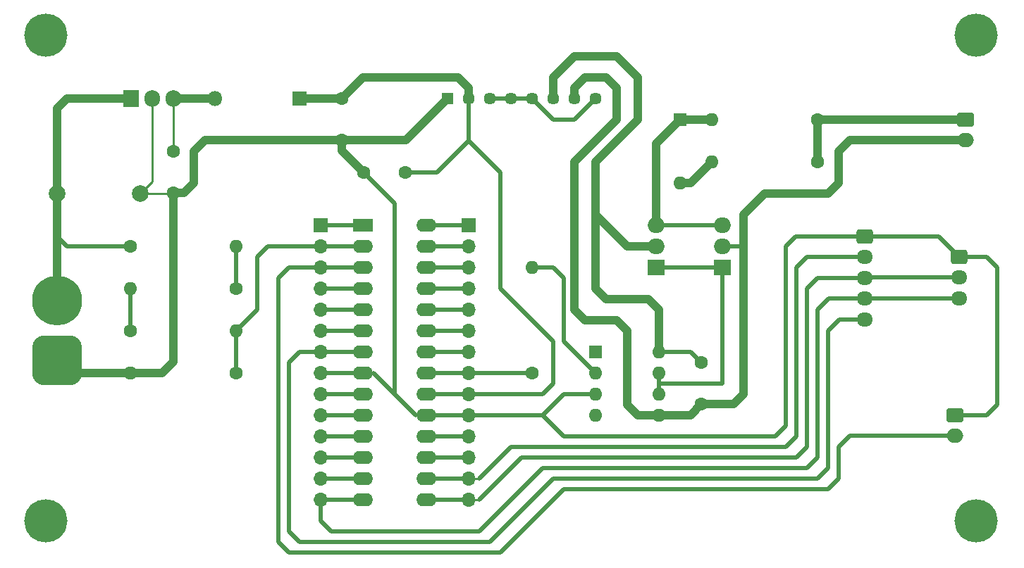
<source format=gbr>
%TF.GenerationSoftware,KiCad,Pcbnew,(6.0.8)*%
%TF.CreationDate,2024-10-31T17:47:46+09:00*%
%TF.ProjectId,MIRS2405_PWM_GD,4d495253-3234-4303-955f-50574d5f4744,rev?*%
%TF.SameCoordinates,Original*%
%TF.FileFunction,Copper,L2,Bot*%
%TF.FilePolarity,Positive*%
%FSLAX46Y46*%
G04 Gerber Fmt 4.6, Leading zero omitted, Abs format (unit mm)*
G04 Created by KiCad (PCBNEW (6.0.8)) date 2024-10-31 17:47:46*
%MOMM*%
%LPD*%
G01*
G04 APERTURE LIST*
G04 Aperture macros list*
%AMRoundRect*
0 Rectangle with rounded corners*
0 $1 Rounding radius*
0 $2 $3 $4 $5 $6 $7 $8 $9 X,Y pos of 4 corners*
0 Add a 4 corners polygon primitive as box body*
4,1,4,$2,$3,$4,$5,$6,$7,$8,$9,$2,$3,0*
0 Add four circle primitives for the rounded corners*
1,1,$1+$1,$2,$3*
1,1,$1+$1,$4,$5*
1,1,$1+$1,$6,$7*
1,1,$1+$1,$8,$9*
0 Add four rect primitives between the rounded corners*
20,1,$1+$1,$2,$3,$4,$5,0*
20,1,$1+$1,$4,$5,$6,$7,0*
20,1,$1+$1,$6,$7,$8,$9,0*
20,1,$1+$1,$8,$9,$2,$3,0*%
G04 Aperture macros list end*
%TA.AperFunction,ComponentPad*%
%ADD10R,1.700000X1.700000*%
%TD*%
%TA.AperFunction,ComponentPad*%
%ADD11O,1.700000X1.700000*%
%TD*%
%TA.AperFunction,ComponentPad*%
%ADD12C,1.600000*%
%TD*%
%TA.AperFunction,ComponentPad*%
%ADD13O,1.600000X1.600000*%
%TD*%
%TA.AperFunction,ComponentPad*%
%ADD14R,1.905000X2.000000*%
%TD*%
%TA.AperFunction,ComponentPad*%
%ADD15O,1.905000X2.000000*%
%TD*%
%TA.AperFunction,ComponentPad*%
%ADD16R,1.800000X1.800000*%
%TD*%
%TA.AperFunction,ComponentPad*%
%ADD17O,1.800000X1.800000*%
%TD*%
%TA.AperFunction,ComponentPad*%
%ADD18R,2.000000X1.905000*%
%TD*%
%TA.AperFunction,ComponentPad*%
%ADD19O,2.000000X1.905000*%
%TD*%
%TA.AperFunction,ComponentPad*%
%ADD20RoundRect,0.250000X-0.725000X0.600000X-0.725000X-0.600000X0.725000X-0.600000X0.725000X0.600000X0*%
%TD*%
%TA.AperFunction,ComponentPad*%
%ADD21O,1.950000X1.700000*%
%TD*%
%TA.AperFunction,ComponentPad*%
%ADD22C,2.000000*%
%TD*%
%TA.AperFunction,ComponentPad*%
%ADD23R,1.600000X1.600000*%
%TD*%
%TA.AperFunction,ComponentPad*%
%ADD24RoundRect,0.250000X-0.750000X0.600000X-0.750000X-0.600000X0.750000X-0.600000X0.750000X0.600000X0*%
%TD*%
%TA.AperFunction,ComponentPad*%
%ADD25O,2.000000X1.700000*%
%TD*%
%TA.AperFunction,ComponentPad*%
%ADD26R,1.450000X1.450000*%
%TD*%
%TA.AperFunction,ComponentPad*%
%ADD27C,1.450000*%
%TD*%
%TA.AperFunction,ComponentPad*%
%ADD28R,2.400000X1.600000*%
%TD*%
%TA.AperFunction,ComponentPad*%
%ADD29O,2.400000X1.600000*%
%TD*%
%TA.AperFunction,ComponentPad*%
%ADD30RoundRect,1.500000X1.500000X-1.500000X1.500000X1.500000X-1.500000X1.500000X-1.500000X-1.500000X0*%
%TD*%
%TA.AperFunction,ComponentPad*%
%ADD31C,6.000000*%
%TD*%
%TA.AperFunction,ViaPad*%
%ADD32C,5.200000*%
%TD*%
%TA.AperFunction,Conductor*%
%ADD33C,0.250000*%
%TD*%
%TA.AperFunction,Conductor*%
%ADD34C,1.000000*%
%TD*%
%TA.AperFunction,Conductor*%
%ADD35C,0.500000*%
%TD*%
G04 APERTURE END LIST*
D10*
%TO.P,J5,1,Pin_1*%
%TO.N,Net-(J5-Pad1)*%
X157480000Y-73660000D03*
D11*
%TO.P,J5,2,Pin_2*%
%TO.N,Net-(J5-Pad2)*%
X157480000Y-76200000D03*
%TO.P,J5,3,Pin_3*%
%TO.N,Net-(J5-Pad3)*%
X157480000Y-78740000D03*
%TO.P,J5,4,Pin_4*%
%TO.N,Net-(J5-Pad4)*%
X157480000Y-81280000D03*
%TO.P,J5,5,Pin_5*%
%TO.N,Net-(J5-Pad5)*%
X157480000Y-83820000D03*
%TO.P,J5,6,Pin_6*%
%TO.N,Net-(J5-Pad6)*%
X157480000Y-86360000D03*
%TO.P,J5,7,Pin_7*%
%TO.N,Net-(J5-Pad7)*%
X157480000Y-88900000D03*
%TO.P,J5,8,Pin_8*%
%TO.N,CNV_PWM*%
X157480000Y-91440000D03*
%TO.P,J5,9,Pin_9*%
%TO.N,Net-(C3-Pad1)*%
X157480000Y-93980000D03*
%TO.P,J5,10,Pin_10*%
%TO.N,GND*%
X157480000Y-96520000D03*
%TO.P,J5,11,Pin_11*%
%TO.N,Net-(J5-Pad11)*%
X157480000Y-99060000D03*
%TO.P,J5,12,Pin_12*%
%TO.N,Net-(J5-Pad12)*%
X157480000Y-101600000D03*
%TO.P,J5,13,Pin_13*%
%TO.N,SDO*%
X157480000Y-104140000D03*
%TO.P,J5,14,Pin_14*%
%TO.N,SDA*%
X157480000Y-106680000D03*
%TD*%
D12*
%TO.P,C3,1*%
%TO.N,Net-(C3-Pad1)*%
X142240000Y-58420000D03*
%TO.P,C3,2*%
%TO.N,GND*%
X142240000Y-63420000D03*
%TD*%
%TO.P,R1,1*%
%TO.N,+BATT*%
X116840000Y-76200000D03*
D13*
%TO.P,R1,2*%
%TO.N,Net-(R1-Pad2)*%
X129540000Y-76200000D03*
%TD*%
D14*
%TO.P,U1,1,IN*%
%TO.N,+BATT*%
X116920000Y-58420000D03*
D15*
%TO.P,U1,2,GND*%
%TO.N,GND*%
X119460000Y-58420000D03*
%TO.P,U1,3,OUT*%
%TO.N,Net-(C2-Pad1)*%
X122000000Y-58420000D03*
%TD*%
D10*
%TO.P,J6,1,Pin_1*%
%TO.N,Net-(J6-Pad1)*%
X139700000Y-73660000D03*
D11*
%TO.P,J6,2,Pin_2*%
%TO.N,BATTVD*%
X139700000Y-76200000D03*
%TO.P,J6,3,Pin_3*%
%TO.N,OVD*%
X139700000Y-78740000D03*
%TO.P,J6,4,Pin_4*%
%TO.N,Net-(J6-Pad4)*%
X139700000Y-81280000D03*
%TO.P,J6,5,Pin_5*%
%TO.N,Net-(J6-Pad5)*%
X139700000Y-83820000D03*
%TO.P,J6,6,Pin_6*%
%TO.N,Net-(J6-Pad6)*%
X139700000Y-86360000D03*
%TO.P,J6,7,Pin_7*%
%TO.N,SS*%
X139700000Y-88900000D03*
%TO.P,J6,8,Pin_8*%
%TO.N,GND*%
X139700000Y-91440000D03*
%TO.P,J6,9,Pin_9*%
%TO.N,Net-(J6-Pad9)*%
X139700000Y-93980000D03*
%TO.P,J6,10,Pin_10*%
%TO.N,Net-(J6-Pad10)*%
X139700000Y-96520000D03*
%TO.P,J6,11,Pin_11*%
%TO.N,Net-(J6-Pad11)*%
X139700000Y-99060000D03*
%TO.P,J6,12,Pin_12*%
%TO.N,Net-(J6-Pad12)*%
X139700000Y-101600000D03*
%TO.P,J6,13,Pin_13*%
%TO.N,Net-(J6-Pad13)*%
X139700000Y-104140000D03*
%TO.P,J6,14,Pin_14*%
%TO.N,SCK*%
X139700000Y-106680000D03*
%TD*%
D12*
%TO.P,R5,1*%
%TO.N,Net-(J2-Pad1)*%
X199390000Y-60960000D03*
D13*
%TO.P,R5,2*%
%TO.N,Net-(D2-Pad1)*%
X186690000Y-60960000D03*
%TD*%
D16*
%TO.P,D1,1,K*%
%TO.N,Net-(C3-Pad1)*%
X137160000Y-58420000D03*
D17*
%TO.P,D1,2,A*%
%TO.N,Net-(C2-Pad1)*%
X127000000Y-58420000D03*
%TD*%
D18*
%TO.P,Q1,1,B*%
%TO.N,Net-(Q1-Pad1)*%
X180015000Y-78740000D03*
D19*
%TO.P,Q1,2,C*%
%TO.N,Net-(C5-Pad1)*%
X180015000Y-76200000D03*
%TO.P,Q1,3,E*%
%TO.N,Net-(D2-Pad1)*%
X180015000Y-73660000D03*
%TD*%
D20*
%TO.P,J8,1,Pin_1*%
%TO.N,GND*%
X204995000Y-75010000D03*
D21*
%TO.P,J8,2,Pin_2*%
%TO.N,SDO*%
X204995000Y-77510000D03*
%TO.P,J8,3,Pin_3*%
%TO.N,SDA*%
X204995000Y-80010000D03*
%TO.P,J8,4,Pin_4*%
%TO.N,SCK*%
X204995000Y-82510000D03*
%TO.P,J8,5,Pin_5*%
%TO.N,SS*%
X204995000Y-85010000D03*
%TD*%
D12*
%TO.P,R2,1*%
%TO.N,Net-(R1-Pad2)*%
X129540000Y-81280000D03*
D13*
%TO.P,R2,2*%
%TO.N,Net-(R2-Pad2)*%
X116840000Y-81280000D03*
%TD*%
D22*
%TO.P,C1,1*%
%TO.N,+BATT*%
X108030000Y-69850000D03*
%TO.P,C1,2*%
%TO.N,GND*%
X118030000Y-69850000D03*
%TD*%
D12*
%TO.P,R3,1*%
%TO.N,Net-(R2-Pad2)*%
X116840000Y-86360000D03*
D13*
%TO.P,R3,2*%
%TO.N,BATTVD*%
X129540000Y-86360000D03*
%TD*%
D12*
%TO.P,C2,1*%
%TO.N,Net-(C2-Pad1)*%
X122000000Y-64810000D03*
%TO.P,C2,2*%
%TO.N,GND*%
X122000000Y-69810000D03*
%TD*%
D23*
%TO.P,U4,1,NC*%
%TO.N,unconnected-(U4-Pad1)*%
X172720000Y-88900000D03*
D13*
%TO.P,U4,2,A*%
%TO.N,Net-(R7-Pad2)*%
X172720000Y-91440000D03*
%TO.P,U4,3,C*%
%TO.N,GND*%
X172720000Y-93980000D03*
%TO.P,U4,4,NC*%
%TO.N,unconnected-(U4-Pad4)*%
X172720000Y-96520000D03*
%TO.P,U4,5,VEE*%
%TO.N,Net-(C5-Pad2)*%
X180340000Y-96520000D03*
%TO.P,U4,6,VO*%
%TO.N,Net-(Q1-Pad1)*%
X180340000Y-93980000D03*
%TO.P,U4,7,VO*%
X180340000Y-91440000D03*
%TO.P,U4,8,VCC*%
%TO.N,Net-(C5-Pad1)*%
X180340000Y-88900000D03*
%TD*%
D12*
%TO.P,R4,1*%
%TO.N,BATTVD*%
X129540000Y-91440000D03*
D13*
%TO.P,R4,2*%
%TO.N,GND*%
X116840000Y-91440000D03*
%TD*%
D12*
%TO.P,C5,1*%
%TO.N,Net-(C5-Pad1)*%
X185420000Y-90210000D03*
%TO.P,C5,2*%
%TO.N,Net-(C5-Pad2)*%
X185420000Y-95210000D03*
%TD*%
%TO.P,C4,1*%
%TO.N,GND*%
X144820000Y-67310000D03*
%TO.P,C4,2*%
%TO.N,Net-(C3-Pad1)*%
X149820000Y-67310000D03*
%TD*%
D24*
%TO.P,J2,1,FET_G*%
%TO.N,Net-(J2-Pad1)*%
X217170000Y-60960000D03*
D25*
%TO.P,J2,2,FET_S*%
%TO.N,Net-(C5-Pad2)*%
X217170000Y-63460000D03*
%TD*%
D24*
%TO.P,J4,1,FET_G*%
%TO.N,GND*%
X215900000Y-96520000D03*
D25*
%TO.P,J4,2,FET_S*%
%TO.N,OVD*%
X215900000Y-99020000D03*
%TD*%
D12*
%TO.P,R6,1*%
%TO.N,Net-(J2-Pad1)*%
X199390000Y-66040000D03*
D13*
%TO.P,R6,2*%
%TO.N,Net-(D2-Pad2)*%
X186690000Y-66040000D03*
%TD*%
D20*
%TO.P,J7,1,Pin_1*%
%TO.N,GND*%
X216405000Y-77450000D03*
D21*
%TO.P,J7,2,Pin_2*%
%TO.N,SDA*%
X216405000Y-79950000D03*
%TO.P,J7,3,Pin_3*%
%TO.N,SCK*%
X216405000Y-82450000D03*
%TD*%
D26*
%TO.P,U3,1,Vin-*%
%TO.N,GND*%
X154940000Y-58420000D03*
D27*
%TO.P,U3,2,Vin+*%
%TO.N,Net-(C3-Pad1)*%
X157480000Y-58420000D03*
%TO.P,U3,3,ON/OFF*%
%TO.N,Net-(U3-Pad3)*%
X160020000Y-58420000D03*
%TO.P,U3,4,NC*%
X162560000Y-58420000D03*
%TO.P,U3,5,NC*%
X165100000Y-58420000D03*
%TO.P,U3,6,Vo+*%
%TO.N,Net-(C5-Pad1)*%
X167640000Y-58420000D03*
%TO.P,U3,7,Vi-*%
%TO.N,Net-(C5-Pad2)*%
X170180000Y-58420000D03*
%TO.P,U3,8,NC*%
%TO.N,Net-(U3-Pad3)*%
X172720000Y-58420000D03*
%TD*%
D28*
%TO.P,U2,1,RE3/~{MCLR}/VPP*%
%TO.N,Net-(J6-Pad1)*%
X144780000Y-73660000D03*
D29*
%TO.P,U2,2,RA0*%
%TO.N,BATTVD*%
X144780000Y-76200000D03*
%TO.P,U2,3,RA1*%
%TO.N,OVD*%
X144780000Y-78740000D03*
%TO.P,U2,4,RA2*%
%TO.N,Net-(J6-Pad4)*%
X144780000Y-81280000D03*
%TO.P,U2,5,RA3*%
%TO.N,Net-(J6-Pad5)*%
X144780000Y-83820000D03*
%TO.P,U2,6,RA4*%
%TO.N,Net-(J6-Pad6)*%
X144780000Y-86360000D03*
%TO.P,U2,7,RA5*%
%TO.N,SS*%
X144780000Y-88900000D03*
%TO.P,U2,8,VSS*%
%TO.N,GND*%
X144780000Y-91440000D03*
%TO.P,U2,9,RA7*%
%TO.N,Net-(J6-Pad9)*%
X144780000Y-93980000D03*
%TO.P,U2,10,RA6*%
%TO.N,Net-(J6-Pad10)*%
X144780000Y-96520000D03*
%TO.P,U2,11,RC0*%
%TO.N,Net-(J6-Pad11)*%
X144780000Y-99060000D03*
%TO.P,U2,12,RC1*%
%TO.N,Net-(J6-Pad12)*%
X144780000Y-101600000D03*
%TO.P,U2,13,RC2*%
%TO.N,Net-(J6-Pad13)*%
X144780000Y-104140000D03*
%TO.P,U2,14,RC3*%
%TO.N,SCK*%
X144780000Y-106680000D03*
%TO.P,U2,15,RC4*%
%TO.N,SDA*%
X152400000Y-106680000D03*
%TO.P,U2,16,RC5*%
%TO.N,SDO*%
X152400000Y-104140000D03*
%TO.P,U2,17,RC6*%
%TO.N,Net-(J5-Pad12)*%
X152400000Y-101600000D03*
%TO.P,U2,18,RC7*%
%TO.N,Net-(J5-Pad11)*%
X152400000Y-99060000D03*
%TO.P,U2,19,VSS*%
%TO.N,GND*%
X152400000Y-96520000D03*
%TO.P,U2,20,VDD*%
%TO.N,Net-(C3-Pad1)*%
X152400000Y-93980000D03*
%TO.P,U2,21,RB0*%
%TO.N,CNV_PWM*%
X152400000Y-91440000D03*
%TO.P,U2,22,RB1*%
%TO.N,Net-(J5-Pad7)*%
X152400000Y-88900000D03*
%TO.P,U2,23,RB2*%
%TO.N,Net-(J5-Pad6)*%
X152400000Y-86360000D03*
%TO.P,U2,24,RB3*%
%TO.N,Net-(J5-Pad5)*%
X152400000Y-83820000D03*
%TO.P,U2,25,RB4*%
%TO.N,Net-(J5-Pad4)*%
X152400000Y-81280000D03*
%TO.P,U2,26,RB5*%
%TO.N,Net-(J5-Pad3)*%
X152400000Y-78740000D03*
%TO.P,U2,27,ICSPCLK/RB6*%
%TO.N,Net-(J5-Pad2)*%
X152400000Y-76200000D03*
%TO.P,U2,28,ICSPDAT/RB7*%
%TO.N,Net-(J5-Pad1)*%
X152400000Y-73660000D03*
%TD*%
D12*
%TO.P,R7,1*%
%TO.N,CNV_PWM*%
X165100000Y-91440000D03*
D13*
%TO.P,R7,2*%
%TO.N,Net-(R7-Pad2)*%
X165100000Y-78740000D03*
%TD*%
D18*
%TO.P,Q2,1,B*%
%TO.N,Net-(Q1-Pad1)*%
X187960000Y-78740000D03*
D19*
%TO.P,Q2,2,C*%
%TO.N,Net-(C5-Pad2)*%
X187960000Y-76200000D03*
%TO.P,Q2,3,E*%
%TO.N,Net-(D2-Pad1)*%
X187960000Y-73660000D03*
%TD*%
D30*
%TO.P,J1,1,Pin_2*%
%TO.N,GND*%
X108030000Y-89960000D03*
D31*
%TO.P,J1,2,Pin_1*%
%TO.N,+BATT*%
X108030000Y-82760000D03*
%TD*%
D23*
%TO.P,D2,1,K*%
%TO.N,Net-(D2-Pad1)*%
X182880000Y-60960000D03*
D13*
%TO.P,D2,2,A*%
%TO.N,Net-(D2-Pad2)*%
X182880000Y-68580000D03*
%TD*%
D32*
%TO.N,*%
X218440000Y-50800000D03*
X106680000Y-109220000D03*
X106680000Y-50800000D03*
X218440000Y-109220000D03*
%TD*%
D33*
%TO.N,Net-(C2-Pad1)*%
X122000000Y-58420000D02*
X122000000Y-64810000D01*
D34*
X122000000Y-58420000D02*
X127000000Y-58420000D01*
D35*
%TO.N,Net-(C3-Pad1)*%
X157480000Y-63500000D02*
X157480000Y-58420000D01*
X167640000Y-92710000D02*
X167640000Y-87630000D01*
X167640000Y-87630000D02*
X161290000Y-81280000D01*
X157480000Y-93980000D02*
X166370000Y-93980000D01*
D34*
X144780000Y-55880000D02*
X156210000Y-55880000D01*
X157480000Y-57150000D02*
X157480000Y-58420000D01*
X137160000Y-58420000D02*
X142240000Y-58420000D01*
X142240000Y-58420000D02*
X144780000Y-55880000D01*
D35*
X161290000Y-81280000D02*
X161290000Y-67310000D01*
X166370000Y-93980000D02*
X167640000Y-92710000D01*
X161290000Y-67310000D02*
X157480000Y-63500000D01*
D34*
X156210000Y-55880000D02*
X157480000Y-57150000D01*
D35*
X157480000Y-63500000D02*
X153670000Y-67310000D01*
X153670000Y-67310000D02*
X149820000Y-67310000D01*
X152400000Y-93980000D02*
X157480000Y-93980000D01*
D34*
%TO.N,Net-(C5-Pad1)*%
X173990000Y-82550000D02*
X179070000Y-82550000D01*
X180015000Y-76200000D02*
X176530000Y-76200000D01*
X167640000Y-58420000D02*
X167640000Y-55880000D01*
X175260000Y-53340000D02*
X177800000Y-55880000D01*
X170180000Y-53340000D02*
X175260000Y-53340000D01*
X180340000Y-83820000D02*
X180340000Y-88900000D01*
D35*
X180340000Y-88900000D02*
X184110000Y-88900000D01*
D33*
X172720000Y-72390000D02*
X172720000Y-66040000D01*
X176530000Y-62230000D02*
X172720000Y-66040000D01*
D34*
X177800000Y-55880000D02*
X177800000Y-60960000D01*
X176530000Y-76200000D02*
X172720000Y-72390000D01*
D35*
X184110000Y-88900000D02*
X185420000Y-90210000D01*
D34*
X172720000Y-66040000D02*
X172720000Y-81280000D01*
X172720000Y-81280000D02*
X173990000Y-82550000D01*
X179070000Y-82550000D02*
X180340000Y-83820000D01*
X177800000Y-60960000D02*
X172720000Y-66040000D01*
X167640000Y-55880000D02*
X170180000Y-53340000D01*
%TO.N,Net-(D2-Pad1)*%
X182880000Y-60960000D02*
X186690000Y-60960000D01*
X180015000Y-63825000D02*
X182880000Y-60960000D01*
X180015000Y-73660000D02*
X180015000Y-63825000D01*
D35*
X180015000Y-73660000D02*
X187960000Y-73660000D01*
D33*
X182555000Y-60635000D02*
X182880000Y-60960000D01*
D34*
%TO.N,Net-(D2-Pad2)*%
X184150000Y-68580000D02*
X186690000Y-66040000D01*
X182880000Y-68580000D02*
X184150000Y-68580000D01*
D35*
%TO.N,BATTVD*%
X129540000Y-86360000D02*
X132080000Y-83820000D01*
X132080000Y-83820000D02*
X132080000Y-77470000D01*
X132080000Y-77470000D02*
X133350000Y-76200000D01*
X129540000Y-86360000D02*
X129540000Y-91440000D01*
X133350000Y-76200000D02*
X139700000Y-76200000D01*
X139700000Y-76200000D02*
X144780000Y-76200000D01*
%TO.N,CNV_PWM*%
X165100000Y-91440000D02*
X157480000Y-91440000D01*
X152400000Y-91440000D02*
X157480000Y-91440000D01*
%TO.N,OVD*%
X139700000Y-78740000D02*
X144780000Y-78740000D01*
X201930000Y-100330000D02*
X203240000Y-99020000D01*
X200660000Y-105410000D02*
X201930000Y-104140000D01*
X134620000Y-80010000D02*
X134620000Y-111760000D01*
X135890000Y-78740000D02*
X134620000Y-80010000D01*
X201930000Y-104140000D02*
X201930000Y-100330000D01*
X139700000Y-78740000D02*
X135890000Y-78740000D01*
X135890000Y-113030000D02*
X161290000Y-113030000D01*
X168910000Y-105410000D02*
X200660000Y-105410000D01*
X134620000Y-111760000D02*
X135890000Y-113030000D01*
X203240000Y-99020000D02*
X215900000Y-99020000D01*
X161290000Y-113030000D02*
X168910000Y-105410000D01*
%TO.N,Net-(J5-Pad1)*%
X152400000Y-73660000D02*
X157480000Y-73660000D01*
D34*
%TO.N,Net-(C5-Pad2)*%
X170180000Y-66040000D02*
X170180000Y-83820000D01*
X180340000Y-96520000D02*
X184110000Y-96520000D01*
X190500000Y-93980000D02*
X189270000Y-95210000D01*
X175260000Y-85090000D02*
X176530000Y-86360000D01*
X201930000Y-64770000D02*
X203240000Y-63460000D01*
X170180000Y-83820000D02*
X171450000Y-85090000D01*
X176530000Y-95250000D02*
X177800000Y-96520000D01*
X189270000Y-95210000D02*
X185420000Y-95210000D01*
X172720000Y-85090000D02*
X175260000Y-85090000D01*
X190500000Y-76200000D02*
X190500000Y-72390000D01*
X201930000Y-68580000D02*
X201930000Y-64770000D01*
X190500000Y-78740000D02*
X190500000Y-76200000D01*
X175260000Y-57150000D02*
X175260000Y-60960000D01*
X184110000Y-96520000D02*
X185420000Y-95210000D01*
X173990000Y-55880000D02*
X175260000Y-57150000D01*
X190500000Y-78740000D02*
X190500000Y-93980000D01*
X171450000Y-55880000D02*
X173990000Y-55880000D01*
D35*
X187960000Y-76200000D02*
X190500000Y-76200000D01*
D34*
X176530000Y-86360000D02*
X176530000Y-95250000D01*
X193040000Y-69850000D02*
X200660000Y-69850000D01*
X170180000Y-57150000D02*
X171450000Y-55880000D01*
X175260000Y-60960000D02*
X170180000Y-66040000D01*
X177800000Y-96520000D02*
X180340000Y-96520000D01*
X203240000Y-63460000D02*
X217170000Y-63460000D01*
X170180000Y-58420000D02*
X170180000Y-57150000D01*
X200660000Y-69850000D02*
X201930000Y-68580000D01*
X190500000Y-72390000D02*
X193040000Y-69850000D01*
X171450000Y-85090000D02*
X172720000Y-85090000D01*
%TO.N,Net-(J2-Pad1)*%
X199390000Y-60960000D02*
X199390000Y-66040000D01*
X199390000Y-60960000D02*
X217170000Y-60960000D01*
%TO.N,+BATT*%
X108030000Y-69850000D02*
X108030000Y-59610000D01*
X109220000Y-58420000D02*
X116920000Y-58420000D01*
X108030000Y-75010000D02*
X108030000Y-82760000D01*
D35*
X109220000Y-76200000D02*
X108030000Y-75010000D01*
D34*
X108030000Y-69850000D02*
X108030000Y-75010000D01*
X108030000Y-59610000D02*
X109220000Y-58420000D01*
D35*
X116840000Y-76200000D02*
X109220000Y-76200000D01*
D34*
%TO.N,GND*%
X124460000Y-68580000D02*
X123230000Y-69810000D01*
D35*
X204995000Y-75010000D02*
X213965000Y-75010000D01*
D34*
X122000000Y-69810000D02*
X122000000Y-90090000D01*
X149940000Y-63420000D02*
X154940000Y-58420000D01*
D35*
X220960000Y-78760000D02*
X219650000Y-77450000D01*
D34*
X125810000Y-63420000D02*
X124460000Y-64770000D01*
D35*
X194310000Y-99060000D02*
X195580000Y-97790000D01*
D34*
X142240000Y-63420000D02*
X149940000Y-63420000D01*
D35*
X148590000Y-93980000D02*
X151130000Y-96520000D01*
D33*
X109510000Y-91440000D02*
X108030000Y-89960000D01*
D35*
X204995000Y-75010000D02*
X196770000Y-75010000D01*
X196770000Y-75010000D02*
X195580000Y-76200000D01*
D34*
X142240000Y-64730000D02*
X144820000Y-67310000D01*
D35*
X148590000Y-93980000D02*
X148590000Y-71080000D01*
D33*
X118030000Y-69850000D02*
X121960000Y-69850000D01*
D35*
X215900000Y-96520000D02*
X219710000Y-96520000D01*
X219650000Y-77450000D02*
X216405000Y-77450000D01*
D34*
X142240000Y-63420000D02*
X125810000Y-63420000D01*
D33*
X151130000Y-96520000D02*
X152400000Y-96520000D01*
X121960000Y-69850000D02*
X122000000Y-69810000D01*
D35*
X168910000Y-99060000D02*
X194310000Y-99060000D01*
X166370000Y-96520000D02*
X168910000Y-99060000D01*
X220980000Y-95250000D02*
X220980000Y-78740000D01*
X195580000Y-76200000D02*
X195580000Y-97790000D01*
X219710000Y-96520000D02*
X220980000Y-95250000D01*
D34*
X122000000Y-90090000D02*
X120650000Y-91440000D01*
D35*
X139700000Y-91440000D02*
X144780000Y-91440000D01*
X152400000Y-96520000D02*
X157480000Y-96520000D01*
X213965000Y-75010000D02*
X216405000Y-77450000D01*
X157480000Y-96520000D02*
X166370000Y-96520000D01*
D34*
X120650000Y-91440000D02*
X116840000Y-91440000D01*
X116840000Y-91440000D02*
X109510000Y-91440000D01*
D33*
X119460000Y-68420000D02*
X118030000Y-69850000D01*
D35*
X166370000Y-96520000D02*
X168910000Y-93980000D01*
X168910000Y-93980000D02*
X172720000Y-93980000D01*
D33*
X119460000Y-58420000D02*
X119460000Y-68420000D01*
D35*
X148590000Y-71080000D02*
X144820000Y-67310000D01*
D33*
X144780000Y-91440000D02*
X146050000Y-91440000D01*
D35*
X146050000Y-91440000D02*
X148590000Y-93980000D01*
D34*
X124460000Y-64770000D02*
X124460000Y-68580000D01*
X142240000Y-63420000D02*
X142240000Y-64730000D01*
X123230000Y-69810000D02*
X122000000Y-69810000D01*
D35*
%TO.N,Net-(R1-Pad2)*%
X129540000Y-76200000D02*
X129540000Y-81280000D01*
%TO.N,Net-(R2-Pad2)*%
X116840000Y-81280000D02*
X116840000Y-86150000D01*
D33*
X117050000Y-86360000D02*
X116840000Y-86360000D01*
X116840000Y-86150000D02*
X117050000Y-86360000D01*
D35*
%TO.N,Net-(R7-Pad2)*%
X168910000Y-87630000D02*
X172720000Y-91440000D01*
X165100000Y-78740000D02*
X167640000Y-78740000D01*
X168910000Y-80010000D02*
X168910000Y-87630000D01*
X167640000Y-78740000D02*
X168910000Y-80010000D01*
%TO.N,Net-(J5-Pad2)*%
X152400000Y-76200000D02*
X157480000Y-76200000D01*
%TO.N,Net-(J5-Pad3)*%
X152400000Y-78740000D02*
X157480000Y-78740000D01*
%TO.N,Net-(J5-Pad4)*%
X152400000Y-81280000D02*
X157480000Y-81280000D01*
%TO.N,Net-(J5-Pad5)*%
X152400000Y-83820000D02*
X157480000Y-83820000D01*
%TO.N,Net-(J5-Pad6)*%
X152400000Y-86360000D02*
X157480000Y-86360000D01*
%TO.N,Net-(J5-Pad7)*%
X152400000Y-88900000D02*
X157480000Y-88900000D01*
%TO.N,Net-(J5-Pad11)*%
X152400000Y-99060000D02*
X157480000Y-99060000D01*
%TO.N,Net-(J5-Pad12)*%
X152400000Y-101600000D02*
X157480000Y-101600000D01*
%TO.N,Net-(J6-Pad1)*%
X139700000Y-73660000D02*
X144780000Y-73660000D01*
%TO.N,Net-(J6-Pad4)*%
X139700000Y-81280000D02*
X144780000Y-81280000D01*
%TO.N,Net-(J6-Pad5)*%
X139700000Y-83820000D02*
X144780000Y-83820000D01*
%TO.N,Net-(J6-Pad6)*%
X139700000Y-86360000D02*
X144780000Y-86360000D01*
%TO.N,Net-(J6-Pad9)*%
X139700000Y-93980000D02*
X144780000Y-93980000D01*
%TO.N,Net-(J6-Pad10)*%
X139700000Y-96520000D02*
X144780000Y-96520000D01*
%TO.N,Net-(J6-Pad11)*%
X139700000Y-99060000D02*
X144780000Y-99060000D01*
%TO.N,Net-(J6-Pad12)*%
X139700000Y-101600000D02*
X144780000Y-101600000D01*
%TO.N,Net-(J6-Pad13)*%
X139700000Y-104140000D02*
X144780000Y-104140000D01*
%TO.N,SCK*%
X139700000Y-109220000D02*
X140970000Y-110490000D01*
X204995000Y-82510000D02*
X216345000Y-82510000D01*
X199390000Y-101600000D02*
X199390000Y-83820000D01*
X166370000Y-102870000D02*
X198120000Y-102870000D01*
X140970000Y-110490000D02*
X158750000Y-110490000D01*
X158750000Y-110490000D02*
X166370000Y-102870000D01*
X139700000Y-106680000D02*
X144780000Y-106680000D01*
X200700000Y-82510000D02*
X204995000Y-82510000D01*
D33*
X216345000Y-82510000D02*
X216405000Y-82450000D01*
D35*
X139700000Y-106680000D02*
X139700000Y-109220000D01*
X199390000Y-83820000D02*
X200700000Y-82510000D01*
X198120000Y-102870000D02*
X199390000Y-101600000D01*
%TO.N,SDO*%
X196850000Y-99060000D02*
X195580000Y-100330000D01*
D33*
X157480000Y-104140000D02*
X158750000Y-104140000D01*
D35*
X198080000Y-77510000D02*
X196850000Y-78740000D01*
X196850000Y-78740000D02*
X196850000Y-99060000D01*
X152400000Y-104140000D02*
X157480000Y-104140000D01*
X158750000Y-104140000D02*
X162560000Y-100330000D01*
X204995000Y-77510000D02*
X198080000Y-77510000D01*
X162560000Y-100330000D02*
X195580000Y-100330000D01*
%TO.N,SDA*%
X204995000Y-80010000D02*
X199390000Y-80010000D01*
X152400000Y-106680000D02*
X157480000Y-106680000D01*
D33*
X205055000Y-79950000D02*
X204995000Y-80010000D01*
D35*
X216405000Y-79950000D02*
X205055000Y-79950000D01*
X158750000Y-106680000D02*
X163830000Y-101600000D01*
X199390000Y-80010000D02*
X198120000Y-81280000D01*
X198120000Y-100330000D02*
X196850000Y-101600000D01*
D33*
X157480000Y-106680000D02*
X158750000Y-106680000D01*
D35*
X198120000Y-81280000D02*
X198120000Y-100330000D01*
X163830000Y-101600000D02*
X196850000Y-101600000D01*
%TO.N,SS*%
X137160000Y-88900000D02*
X139700000Y-88900000D01*
X160020000Y-111760000D02*
X167640000Y-104140000D01*
X199390000Y-104140000D02*
X200660000Y-102870000D01*
X202010000Y-85010000D02*
X200660000Y-86360000D01*
X135890000Y-110490000D02*
X135890000Y-90170000D01*
X200660000Y-86360000D02*
X200660000Y-102870000D01*
X137160000Y-111760000D02*
X160020000Y-111760000D01*
X167640000Y-104140000D02*
X199390000Y-104140000D01*
X204995000Y-85010000D02*
X202010000Y-85010000D01*
X135890000Y-110490000D02*
X137160000Y-111760000D01*
X135890000Y-90170000D02*
X137160000Y-88900000D01*
X139700000Y-88900000D02*
X144780000Y-88900000D01*
%TO.N,Net-(Q1-Pad1)*%
X187960000Y-78740000D02*
X180015000Y-78740000D01*
X187960000Y-92710000D02*
X187960000Y-78740000D01*
X180340000Y-91440000D02*
X180340000Y-92710000D01*
X180340000Y-92710000D02*
X180340000Y-93980000D01*
X180340000Y-92710000D02*
X187960000Y-92710000D01*
%TO.N,Net-(U3-Pad3)*%
X170180000Y-60960000D02*
X167640000Y-60960000D01*
X167640000Y-60960000D02*
X165100000Y-58420000D01*
X172720000Y-58420000D02*
X170180000Y-60960000D01*
X162560000Y-58420000D02*
X160020000Y-58420000D01*
X162560000Y-58420000D02*
X165100000Y-58420000D01*
%TD*%
M02*

</source>
